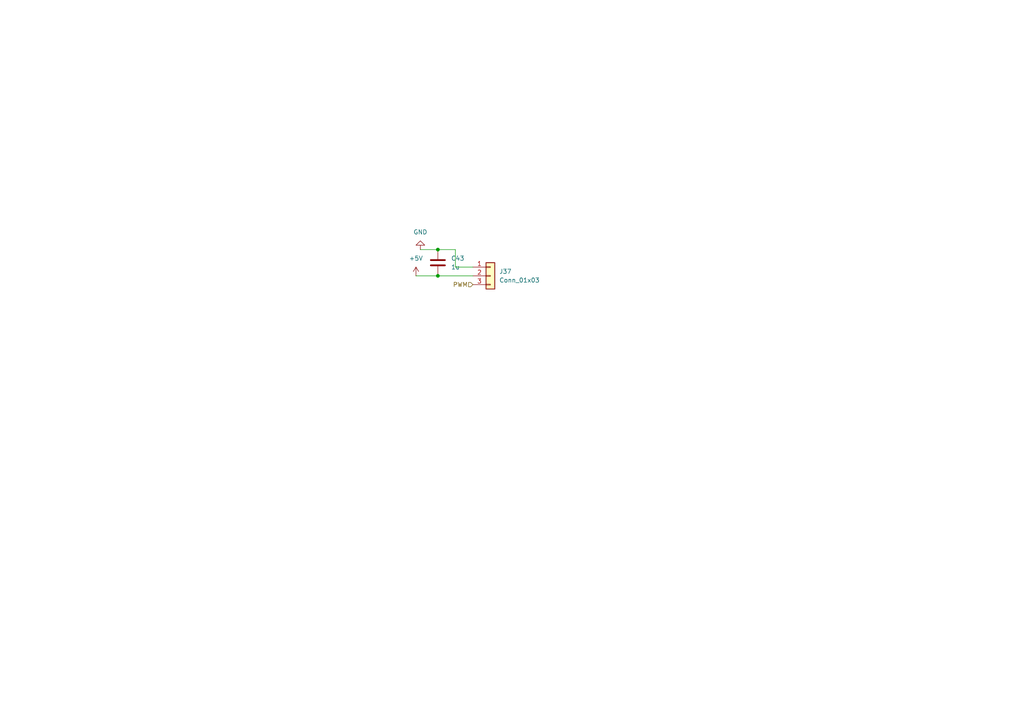
<source format=kicad_sch>
(kicad_sch (version 20250114) (generator "eeschema") (generator_version "9.0")
  (paper "A4")
  (lib_symbols
    (symbol "Connector_Generic:Conn_01x03" (pin_names (offset 1.016) (hide yes))
      (property "Reference" "J" (at 0 5.08 0))
      (property "Value" "Conn_01x03" (at 0 -5.08 0))
      (symbol "Conn_01x03_1_1"
        (rectangle (start -1.27 3.81) (end 1.27 -3.81) (stroke (width 0.254)) (fill (type background)))
        (rectangle (start -1.27 2.667) (end 0 2.413) (stroke (width 0.1524)))
        (rectangle (start -1.27 0.127) (end 0 -0.127) (stroke (width 0.1524)))
        (rectangle (start -1.27 -2.413) (end 0 -2.667) (stroke (width 0.1524)))
        (pin passive line (at -5.08 2.54 0) (length 3.81) (name "Pin_1") (number "1"))
        (pin passive line (at -5.08 0 0) (length 3.81) (name "Pin_2") (number "2"))
        (pin passive line (at -5.08 -2.54 0) (length 3.81) (name "Pin_3") (number "3"))
      )
    )
    (symbol "Device:C" (pin_numbers (hide yes)) (pin_names (offset 0.254))
      (property "Reference" "C" (at 0.635 2.54 0))
      (property "Value" "C" (at 0.635 -2.54 0))
      (symbol "C_0_1"
        (polyline (pts (xy -2.032 0.762) (xy 2.032 0.762)) (stroke (width 0.508)))
        (polyline (pts (xy -2.032 -0.762) (xy 2.032 -0.762)) (stroke (width 0.508)))
      )
      (symbol "C_1_1"
        (pin passive line (at 0 3.81 270) (length 2.794) (name "~") (number "1"))
        (pin passive line (at 0 -3.81 90) (length 2.794) (name "~") (number "2"))
      )
    )
    (symbol "power:+5V" (power) (pin_numbers (hide yes)) (pin_names (offset 0) (hide yes))
      (property "Value" "+5V" (at 0 3.556 0))
      (symbol "+5V_0_1"
        (polyline (pts (xy -0.762 1.27) (xy 0 2.54)))
        (polyline (pts (xy 0 2.54) (xy 0.762 1.27)))
        (polyline (pts (xy 0 0) (xy 0 2.54)))
      )
      (symbol "+5V_1_1"
        (pin power_in line (at 0 0 90) (length 0) (name "~") (number "1"))
      )
    )
    (symbol "power:GND" (power) (pin_numbers (hide yes)) (pin_names (offset 0) (hide yes))
      (property "Value" "GND" (at 0 -3.81 0))
      (symbol "GND_0_1"
        (polyline (pts (xy 0 0) (xy 0 -1.27) (xy 1.27 -1.27) (xy 0 -2.54) (xy -1.27 -1.27) (xy 0 -1.27)))
      )
      (symbol "GND_1_1"
        (pin power_in line (at 0 0 270) (length 0) (name "~") (number "1"))
      )
    )
  )
  (junction (at 127 72.39))
  (junction (at 127 80.01))
  (wire (pts (xy 121.92 72.39) (xy 127 72.39)))
  (wire (pts (xy 132.08 77.47) (xy 137.16 77.47)))
  (wire (pts (xy 127 80.01) (xy 137.16 80.01)))
  (wire (pts (xy 127 72.39) (xy 132.08 72.39)))
  (wire (pts (xy 132.08 72.39) (xy 132.08 77.47)))
  (wire (pts (xy 120.65 80.01) (xy 127 80.01)))
  (hierarchical_label "PWM" (shape input) (at 137.16 82.55 180))
  (symbol (lib_id "power:GND") (at 121.92 72.39 180) (unit 1)
    (property "Reference" "#PWR089" (effects (hide yes)))
    (property "Value" "GND" (at 121.92 67.31 0))
    (property "Description" "Power symbol creates a global label with name \"GND\" , ground" (effects (hide yes)))
  )
  (symbol (lib_id "Connector_Generic:Conn_01x03") (at 142.24 80.01 0) (unit 1)
    (property "Reference" "J37" (at 144.78 78.7399 0) (effects (justify left)))
    (property "Value" "Conn_01x03" (at 144.78 81.2799 0) (effects (justify left)))
    (property "Footprint" "Connector_JST:JST_EH_B3B-EH-A_1x03_P2.50mm_Vertical" (effects (hide yes)))
    (property "Description" "Generic connector, single row, 01x03, script generated (kicad-library-utils/schlib/autogen/connector/)" (effects (hide yes)))
  )
  (symbol (lib_id "Device:C") (at 127 76.2 180) (unit 1)
    (property "Reference" "C43" (at 130.81 74.9299 0) (effects (justify right)))
    (property "Value" "1u" (at 130.81 77.4699 0) (effects (justify right)))
    (property "Footprint" "Capacitor_SMD:C_0603_1608Metric" (effects (hide yes)))
    (property "Description" "Unpolarized capacitor" (effects (hide yes)))
  )
  (symbol (lib_id "power:+5V") (at 120.65 80.01 0) (unit 1)
    (property "Reference" "#PWR088" (effects (hide yes)))
    (property "Value" "+5V" (at 120.65 74.93 0))
    (property "Description" "Power symbol creates a global label with name \"+5V\"" (effects (hide yes)))
  )
)
</source>
